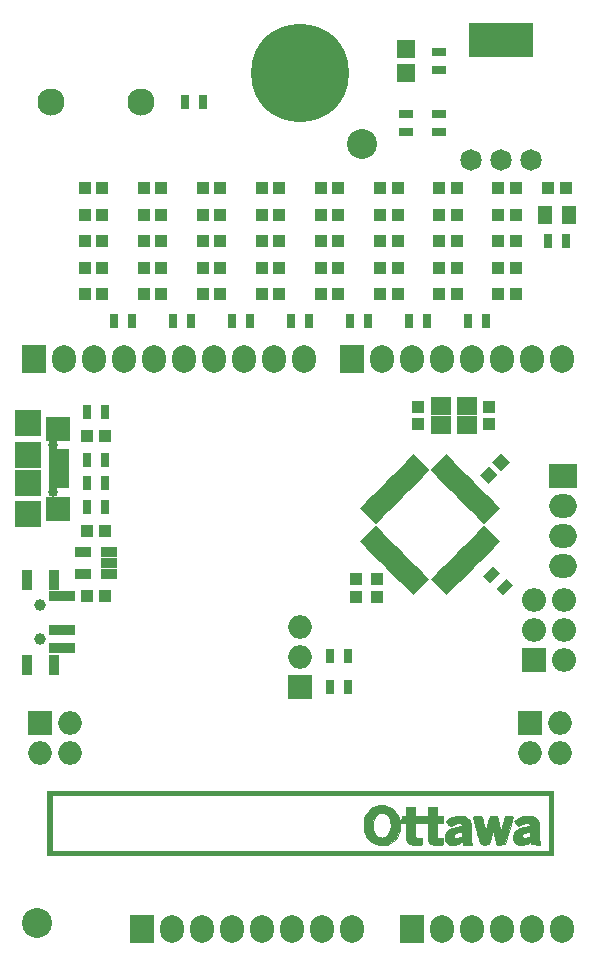
<source format=gts>
G04 #@! TF.FileFunction,Soldermask,Top*
%FSLAX46Y46*%
G04 Gerber Fmt 4.6, Leading zero omitted, Abs format (unit mm)*
G04 Created by KiCad (PCBNEW 4.0.7) date 09/06/18 20:26:10*
%MOMM*%
%LPD*%
G01*
G04 APERTURE LIST*
%ADD10C,0.100000*%
%ADD11C,0.010000*%
%ADD12C,2.540000*%
%ADD13R,1.050000X1.100000*%
%ADD14R,1.100000X1.050000*%
%ADD15R,1.097560X1.097560*%
%ADD16R,1.498880X1.498880*%
%ADD17R,2.027200X2.332000*%
%ADD18O,2.027200X2.332000*%
%ADD19R,2.027200X2.027200*%
%ADD20O,2.027200X2.027200*%
%ADD21R,0.800000X1.200000*%
%ADD22R,1.200000X0.800000*%
%ADD23C,2.300000*%
%ADD24R,1.360000X0.950000*%
%ADD25R,1.700000X1.500000*%
%ADD26C,1.000000*%
%ADD27R,2.300000X0.900000*%
%ADD28R,0.900000X1.800000*%
%ADD29C,8.300000*%
%ADD30C,1.824000*%
%ADD31R,5.380000X2.840000*%
%ADD32R,1.300000X1.550000*%
%ADD33R,1.750000X0.800000*%
%ADD34R,2.300000X2.300000*%
%ADD35R,2.000000X2.100000*%
%ADD36C,0.850000*%
%ADD37R,2.332000X2.027200*%
%ADD38O,2.332000X2.027200*%
%ADD39R,2.000000X2.000000*%
%ADD40O,2.000000X2.000000*%
G04 APERTURE END LIST*
D10*
D11*
G36*
X95937600Y-121243200D02*
X53087800Y-121243200D01*
X53087800Y-116137800D01*
X53468800Y-116137800D01*
X53468800Y-120887600D01*
X95556600Y-120887600D01*
X95556600Y-116137800D01*
X53468800Y-116137800D01*
X53087800Y-116137800D01*
X53087800Y-115782200D01*
X95937600Y-115782200D01*
X95937600Y-121243200D01*
X95937600Y-121243200D01*
G37*
X95937600Y-121243200D02*
X53087800Y-121243200D01*
X53087800Y-116137800D01*
X53468800Y-116137800D01*
X53468800Y-120887600D01*
X95556600Y-120887600D01*
X95556600Y-116137800D01*
X53468800Y-116137800D01*
X53087800Y-116137800D01*
X53087800Y-115782200D01*
X95937600Y-115782200D01*
X95937600Y-121243200D01*
G36*
X81521921Y-117005875D02*
X81695937Y-117019913D01*
X81808940Y-117039601D01*
X82062328Y-117124418D01*
X82290507Y-117251981D01*
X82490671Y-117419443D01*
X82660011Y-117623954D01*
X82795718Y-117862667D01*
X82894983Y-118132733D01*
X82898225Y-118144400D01*
X82921961Y-118268006D01*
X82937734Y-118427236D01*
X82945522Y-118607537D01*
X82945305Y-118794356D01*
X82937062Y-118973141D01*
X82920774Y-119129340D01*
X82899757Y-119236600D01*
X82802226Y-119511541D01*
X82667601Y-119754346D01*
X82498060Y-119962691D01*
X82295777Y-120134253D01*
X82062928Y-120266712D01*
X81866000Y-120340054D01*
X81770396Y-120360539D01*
X81642059Y-120377504D01*
X81498424Y-120389726D01*
X81356927Y-120395984D01*
X81235001Y-120395056D01*
X81167500Y-120389004D01*
X80897249Y-120323017D01*
X80651721Y-120212680D01*
X80430406Y-120057737D01*
X80328527Y-119963313D01*
X80175211Y-119787403D01*
X80058349Y-119602246D01*
X79968785Y-119391929D01*
X79931788Y-119273808D01*
X79900408Y-119121742D01*
X79880181Y-118935987D01*
X79871294Y-118732455D01*
X79872503Y-118638352D01*
X80652119Y-118638352D01*
X80654157Y-118779400D01*
X80683327Y-119035907D01*
X80744299Y-119255586D01*
X80836527Y-119437270D01*
X80959462Y-119579790D01*
X81065678Y-119656912D01*
X81233366Y-119729525D01*
X81405581Y-119752425D01*
X81585243Y-119725754D01*
X81694337Y-119687490D01*
X81841926Y-119598556D01*
X81964499Y-119468160D01*
X82060254Y-119300023D01*
X82127388Y-119097870D01*
X82164101Y-118865422D01*
X82170800Y-118703199D01*
X82154245Y-118446851D01*
X82105646Y-118222791D01*
X82026599Y-118033196D01*
X81918700Y-117880242D01*
X81783545Y-117766107D01*
X81622731Y-117692967D01*
X81437854Y-117662997D01*
X81407437Y-117662357D01*
X81222460Y-117684418D01*
X81060136Y-117750108D01*
X80922287Y-117856723D01*
X80810737Y-118001559D01*
X80727310Y-118181912D01*
X80673830Y-118395078D01*
X80652119Y-118638352D01*
X79872503Y-118638352D01*
X79873934Y-118527060D01*
X79888287Y-118335713D01*
X79914541Y-118174328D01*
X79918658Y-118157100D01*
X80008008Y-117894512D01*
X80136454Y-117657679D01*
X80299903Y-117450809D01*
X80494264Y-117278108D01*
X80715443Y-117143782D01*
X80959348Y-117052040D01*
X81005019Y-117040450D01*
X81155978Y-117016165D01*
X81335106Y-117004633D01*
X81521921Y-117005875D01*
X81521921Y-117005875D01*
G37*
X81521921Y-117005875D02*
X81695937Y-117019913D01*
X81808940Y-117039601D01*
X82062328Y-117124418D01*
X82290507Y-117251981D01*
X82490671Y-117419443D01*
X82660011Y-117623954D01*
X82795718Y-117862667D01*
X82894983Y-118132733D01*
X82898225Y-118144400D01*
X82921961Y-118268006D01*
X82937734Y-118427236D01*
X82945522Y-118607537D01*
X82945305Y-118794356D01*
X82937062Y-118973141D01*
X82920774Y-119129340D01*
X82899757Y-119236600D01*
X82802226Y-119511541D01*
X82667601Y-119754346D01*
X82498060Y-119962691D01*
X82295777Y-120134253D01*
X82062928Y-120266712D01*
X81866000Y-120340054D01*
X81770396Y-120360539D01*
X81642059Y-120377504D01*
X81498424Y-120389726D01*
X81356927Y-120395984D01*
X81235001Y-120395056D01*
X81167500Y-120389004D01*
X80897249Y-120323017D01*
X80651721Y-120212680D01*
X80430406Y-120057737D01*
X80328527Y-119963313D01*
X80175211Y-119787403D01*
X80058349Y-119602246D01*
X79968785Y-119391929D01*
X79931788Y-119273808D01*
X79900408Y-119121742D01*
X79880181Y-118935987D01*
X79871294Y-118732455D01*
X79872503Y-118638352D01*
X80652119Y-118638352D01*
X80654157Y-118779400D01*
X80683327Y-119035907D01*
X80744299Y-119255586D01*
X80836527Y-119437270D01*
X80959462Y-119579790D01*
X81065678Y-119656912D01*
X81233366Y-119729525D01*
X81405581Y-119752425D01*
X81585243Y-119725754D01*
X81694337Y-119687490D01*
X81841926Y-119598556D01*
X81964499Y-119468160D01*
X82060254Y-119300023D01*
X82127388Y-119097870D01*
X82164101Y-118865422D01*
X82170800Y-118703199D01*
X82154245Y-118446851D01*
X82105646Y-118222791D01*
X82026599Y-118033196D01*
X81918700Y-117880242D01*
X81783545Y-117766107D01*
X81622731Y-117692967D01*
X81437854Y-117662997D01*
X81407437Y-117662357D01*
X81222460Y-117684418D01*
X81060136Y-117750108D01*
X80922287Y-117856723D01*
X80810737Y-118001559D01*
X80727310Y-118181912D01*
X80673830Y-118395078D01*
X80652119Y-118638352D01*
X79872503Y-118638352D01*
X79873934Y-118527060D01*
X79888287Y-118335713D01*
X79914541Y-118174328D01*
X79918658Y-118157100D01*
X80008008Y-117894512D01*
X80136454Y-117657679D01*
X80299903Y-117450809D01*
X80494264Y-117278108D01*
X80715443Y-117143782D01*
X80959348Y-117052040D01*
X81005019Y-117040450D01*
X81155978Y-117016165D01*
X81335106Y-117004633D01*
X81521921Y-117005875D01*
G36*
X84228200Y-117939587D02*
X84526650Y-117946743D01*
X84825100Y-117953900D01*
X84832281Y-118239650D01*
X84839463Y-118525400D01*
X84222055Y-118525400D01*
X84232865Y-119077850D01*
X84238710Y-119299509D01*
X84246596Y-119472401D01*
X84256484Y-119595948D01*
X84268334Y-119669574D01*
X84274470Y-119686587D01*
X84329226Y-119738033D01*
X84421246Y-119772412D01*
X84539008Y-119786812D01*
X84649452Y-119781332D01*
X84787000Y-119764146D01*
X84787000Y-120045989D01*
X84786506Y-120168876D01*
X84783837Y-120250132D01*
X84777205Y-120298927D01*
X84764825Y-120324427D01*
X84744912Y-120335802D01*
X84729850Y-120339410D01*
X84645127Y-120350417D01*
X84525889Y-120358072D01*
X84388332Y-120362045D01*
X84248649Y-120362007D01*
X84123038Y-120357627D01*
X84063100Y-120352976D01*
X83884637Y-120324698D01*
X83747295Y-120277806D01*
X83643429Y-120207920D01*
X83565395Y-120110661D01*
X83533215Y-120049400D01*
X83517517Y-120011935D01*
X83505102Y-119971253D01*
X83495474Y-119920814D01*
X83488132Y-119854081D01*
X83482578Y-119764517D01*
X83478315Y-119645583D01*
X83474844Y-119490741D01*
X83471666Y-119293455D01*
X83470768Y-119230250D01*
X83460930Y-118525400D01*
X83083536Y-118525400D01*
X83097900Y-117953900D01*
X83464888Y-117939000D01*
X83478900Y-117166500D01*
X83853550Y-117159470D01*
X84228200Y-117152441D01*
X84228200Y-117939587D01*
X84228200Y-117939587D01*
G37*
X84228200Y-117939587D02*
X84526650Y-117946743D01*
X84825100Y-117953900D01*
X84832281Y-118239650D01*
X84839463Y-118525400D01*
X84222055Y-118525400D01*
X84232865Y-119077850D01*
X84238710Y-119299509D01*
X84246596Y-119472401D01*
X84256484Y-119595948D01*
X84268334Y-119669574D01*
X84274470Y-119686587D01*
X84329226Y-119738033D01*
X84421246Y-119772412D01*
X84539008Y-119786812D01*
X84649452Y-119781332D01*
X84787000Y-119764146D01*
X84787000Y-120045989D01*
X84786506Y-120168876D01*
X84783837Y-120250132D01*
X84777205Y-120298927D01*
X84764825Y-120324427D01*
X84744912Y-120335802D01*
X84729850Y-120339410D01*
X84645127Y-120350417D01*
X84525889Y-120358072D01*
X84388332Y-120362045D01*
X84248649Y-120362007D01*
X84123038Y-120357627D01*
X84063100Y-120352976D01*
X83884637Y-120324698D01*
X83747295Y-120277806D01*
X83643429Y-120207920D01*
X83565395Y-120110661D01*
X83533215Y-120049400D01*
X83517517Y-120011935D01*
X83505102Y-119971253D01*
X83495474Y-119920814D01*
X83488132Y-119854081D01*
X83482578Y-119764517D01*
X83478315Y-119645583D01*
X83474844Y-119490741D01*
X83471666Y-119293455D01*
X83470768Y-119230250D01*
X83460930Y-118525400D01*
X83083536Y-118525400D01*
X83097900Y-117953900D01*
X83464888Y-117939000D01*
X83478900Y-117166500D01*
X83853550Y-117159470D01*
X84228200Y-117152441D01*
X84228200Y-117939587D01*
G36*
X86057000Y-117941200D02*
X86641200Y-117941200D01*
X86641200Y-118525400D01*
X86057000Y-118525400D01*
X86057000Y-119082783D01*
X86057138Y-119264769D01*
X86058014Y-119403026D01*
X86060318Y-119504628D01*
X86064740Y-119576647D01*
X86071970Y-119626154D01*
X86082699Y-119660222D01*
X86097618Y-119685923D01*
X86117416Y-119710329D01*
X86118366Y-119711433D01*
X86152018Y-119746838D01*
X86186640Y-119767758D01*
X86235884Y-119777657D01*
X86313406Y-119780002D01*
X86385066Y-119779123D01*
X86590400Y-119775546D01*
X86590400Y-120051689D01*
X86589884Y-120173117D01*
X86587110Y-120253016D01*
X86580237Y-120300656D01*
X86567423Y-120325304D01*
X86546828Y-120336232D01*
X86533250Y-120339403D01*
X86445054Y-120350982D01*
X86322600Y-120358932D01*
X86182322Y-120362916D01*
X86040655Y-120362594D01*
X85914033Y-120357628D01*
X85860994Y-120353245D01*
X85667181Y-120316260D01*
X85514458Y-120249843D01*
X85402343Y-120153762D01*
X85375874Y-120118092D01*
X85307700Y-120015140D01*
X85292178Y-118525400D01*
X84886936Y-118525400D01*
X84901300Y-117953900D01*
X85098150Y-117946481D01*
X85295000Y-117939063D01*
X85295000Y-117153800D01*
X86057000Y-117153800D01*
X86057000Y-117941200D01*
X86057000Y-117941200D01*
G37*
X86057000Y-117941200D02*
X86641200Y-117941200D01*
X86641200Y-118525400D01*
X86057000Y-118525400D01*
X86057000Y-119082783D01*
X86057138Y-119264769D01*
X86058014Y-119403026D01*
X86060318Y-119504628D01*
X86064740Y-119576647D01*
X86071970Y-119626154D01*
X86082699Y-119660222D01*
X86097618Y-119685923D01*
X86117416Y-119710329D01*
X86118366Y-119711433D01*
X86152018Y-119746838D01*
X86186640Y-119767758D01*
X86235884Y-119777657D01*
X86313406Y-119780002D01*
X86385066Y-119779123D01*
X86590400Y-119775546D01*
X86590400Y-120051689D01*
X86589884Y-120173117D01*
X86587110Y-120253016D01*
X86580237Y-120300656D01*
X86567423Y-120325304D01*
X86546828Y-120336232D01*
X86533250Y-120339403D01*
X86445054Y-120350982D01*
X86322600Y-120358932D01*
X86182322Y-120362916D01*
X86040655Y-120362594D01*
X85914033Y-120357628D01*
X85860994Y-120353245D01*
X85667181Y-120316260D01*
X85514458Y-120249843D01*
X85402343Y-120153762D01*
X85375874Y-120118092D01*
X85307700Y-120015140D01*
X85292178Y-118525400D01*
X84886936Y-118525400D01*
X84901300Y-117953900D01*
X85098150Y-117946481D01*
X85295000Y-117939063D01*
X85295000Y-117153800D01*
X86057000Y-117153800D01*
X86057000Y-117941200D01*
G36*
X88166126Y-117929107D02*
X88279035Y-117931724D01*
X88361904Y-117937544D01*
X88425110Y-117947759D01*
X88479029Y-117963563D01*
X88534038Y-117986147D01*
X88540806Y-117989189D01*
X88652225Y-118055184D01*
X88755722Y-118142744D01*
X88775874Y-118164349D01*
X88822211Y-118219609D01*
X88860132Y-118273653D01*
X88890631Y-118332275D01*
X88914706Y-118401271D01*
X88933354Y-118486435D01*
X88947569Y-118593562D01*
X88958350Y-118728447D01*
X88966692Y-118896885D01*
X88973591Y-119104670D01*
X88979885Y-119350900D01*
X88985160Y-119552991D01*
X88991010Y-119741961D01*
X88997152Y-119910961D01*
X89003304Y-120053138D01*
X89009182Y-120161643D01*
X89014503Y-120229624D01*
X89016861Y-120246250D01*
X89034565Y-120328800D01*
X88269101Y-120328800D01*
X88253271Y-120233550D01*
X88236840Y-120143407D01*
X88221165Y-120097408D01*
X88199708Y-120089426D01*
X88165928Y-120113330D01*
X88145399Y-120132445D01*
X88005243Y-120234433D01*
X87833163Y-120310711D01*
X87642740Y-120358147D01*
X87447555Y-120373610D01*
X87261191Y-120353969D01*
X87223845Y-120344929D01*
X87064035Y-120278180D01*
X86930067Y-120174611D01*
X86831104Y-120041974D01*
X86807512Y-119992719D01*
X86783597Y-119900570D01*
X86770992Y-119777846D01*
X86770005Y-119643568D01*
X86774180Y-119595185D01*
X87508881Y-119595185D01*
X87531001Y-119663474D01*
X87570450Y-119710959D01*
X87611724Y-119747120D01*
X87653800Y-119765052D01*
X87713996Y-119768863D01*
X87793848Y-119763947D01*
X87895227Y-119749586D01*
X87990090Y-119725934D01*
X88039347Y-119706779D01*
X88127469Y-119657858D01*
X88180199Y-119611328D01*
X88206499Y-119551991D01*
X88215333Y-119464647D01*
X88216000Y-119407191D01*
X88216000Y-119230055D01*
X88092007Y-119246503D01*
X87890951Y-119285782D01*
X87733053Y-119345266D01*
X87614194Y-119426572D01*
X87600749Y-119439473D01*
X87531834Y-119523171D01*
X87508881Y-119595185D01*
X86774180Y-119595185D01*
X86780948Y-119516755D01*
X86798395Y-119433810D01*
X86851504Y-119324459D01*
X86941580Y-119210602D01*
X87057473Y-119104027D01*
X87188035Y-119016523D01*
X87198315Y-119010947D01*
X87334607Y-118950623D01*
X87505367Y-118893680D01*
X87694274Y-118844490D01*
X87885006Y-118807424D01*
X88024070Y-118789785D01*
X88121763Y-118779690D01*
X88179250Y-118768694D01*
X88207029Y-118752749D01*
X88215597Y-118727811D01*
X88216000Y-118715821D01*
X88192922Y-118635311D01*
X88132626Y-118564542D01*
X88048511Y-118517509D01*
X88018677Y-118509744D01*
X87895392Y-118505738D01*
X87747141Y-118530853D01*
X87587357Y-118580953D01*
X87429472Y-118651899D01*
X87297678Y-118731857D01*
X87238245Y-118765419D01*
X87189949Y-118779399D01*
X87189910Y-118779400D01*
X87156745Y-118759569D01*
X87105485Y-118707506D01*
X87044475Y-118634355D01*
X86982062Y-118551261D01*
X86926591Y-118469366D01*
X86886408Y-118399816D01*
X86869859Y-118353754D01*
X86869800Y-118351966D01*
X86892576Y-118300719D01*
X86955538Y-118238679D01*
X87050631Y-118170980D01*
X87169802Y-118102758D01*
X87304998Y-118039148D01*
X87441300Y-117987550D01*
X87517685Y-117964164D01*
X87590203Y-117947812D01*
X87670554Y-117937285D01*
X87770440Y-117931375D01*
X87901561Y-117928872D01*
X88012800Y-117928500D01*
X88166126Y-117929107D01*
X88166126Y-117929107D01*
G37*
X88166126Y-117929107D02*
X88279035Y-117931724D01*
X88361904Y-117937544D01*
X88425110Y-117947759D01*
X88479029Y-117963563D01*
X88534038Y-117986147D01*
X88540806Y-117989189D01*
X88652225Y-118055184D01*
X88755722Y-118142744D01*
X88775874Y-118164349D01*
X88822211Y-118219609D01*
X88860132Y-118273653D01*
X88890631Y-118332275D01*
X88914706Y-118401271D01*
X88933354Y-118486435D01*
X88947569Y-118593562D01*
X88958350Y-118728447D01*
X88966692Y-118896885D01*
X88973591Y-119104670D01*
X88979885Y-119350900D01*
X88985160Y-119552991D01*
X88991010Y-119741961D01*
X88997152Y-119910961D01*
X89003304Y-120053138D01*
X89009182Y-120161643D01*
X89014503Y-120229624D01*
X89016861Y-120246250D01*
X89034565Y-120328800D01*
X88269101Y-120328800D01*
X88253271Y-120233550D01*
X88236840Y-120143407D01*
X88221165Y-120097408D01*
X88199708Y-120089426D01*
X88165928Y-120113330D01*
X88145399Y-120132445D01*
X88005243Y-120234433D01*
X87833163Y-120310711D01*
X87642740Y-120358147D01*
X87447555Y-120373610D01*
X87261191Y-120353969D01*
X87223845Y-120344929D01*
X87064035Y-120278180D01*
X86930067Y-120174611D01*
X86831104Y-120041974D01*
X86807512Y-119992719D01*
X86783597Y-119900570D01*
X86770992Y-119777846D01*
X86770005Y-119643568D01*
X86774180Y-119595185D01*
X87508881Y-119595185D01*
X87531001Y-119663474D01*
X87570450Y-119710959D01*
X87611724Y-119747120D01*
X87653800Y-119765052D01*
X87713996Y-119768863D01*
X87793848Y-119763947D01*
X87895227Y-119749586D01*
X87990090Y-119725934D01*
X88039347Y-119706779D01*
X88127469Y-119657858D01*
X88180199Y-119611328D01*
X88206499Y-119551991D01*
X88215333Y-119464647D01*
X88216000Y-119407191D01*
X88216000Y-119230055D01*
X88092007Y-119246503D01*
X87890951Y-119285782D01*
X87733053Y-119345266D01*
X87614194Y-119426572D01*
X87600749Y-119439473D01*
X87531834Y-119523171D01*
X87508881Y-119595185D01*
X86774180Y-119595185D01*
X86780948Y-119516755D01*
X86798395Y-119433810D01*
X86851504Y-119324459D01*
X86941580Y-119210602D01*
X87057473Y-119104027D01*
X87188035Y-119016523D01*
X87198315Y-119010947D01*
X87334607Y-118950623D01*
X87505367Y-118893680D01*
X87694274Y-118844490D01*
X87885006Y-118807424D01*
X88024070Y-118789785D01*
X88121763Y-118779690D01*
X88179250Y-118768694D01*
X88207029Y-118752749D01*
X88215597Y-118727811D01*
X88216000Y-118715821D01*
X88192922Y-118635311D01*
X88132626Y-118564542D01*
X88048511Y-118517509D01*
X88018677Y-118509744D01*
X87895392Y-118505738D01*
X87747141Y-118530853D01*
X87587357Y-118580953D01*
X87429472Y-118651899D01*
X87297678Y-118731857D01*
X87238245Y-118765419D01*
X87189949Y-118779399D01*
X87189910Y-118779400D01*
X87156745Y-118759569D01*
X87105485Y-118707506D01*
X87044475Y-118634355D01*
X86982062Y-118551261D01*
X86926591Y-118469366D01*
X86886408Y-118399816D01*
X86869859Y-118353754D01*
X86869800Y-118351966D01*
X86892576Y-118300719D01*
X86955538Y-118238679D01*
X87050631Y-118170980D01*
X87169802Y-118102758D01*
X87304998Y-118039148D01*
X87441300Y-117987550D01*
X87517685Y-117964164D01*
X87590203Y-117947812D01*
X87670554Y-117937285D01*
X87770440Y-117931375D01*
X87901561Y-117928872D01*
X88012800Y-117928500D01*
X88166126Y-117929107D01*
G36*
X93876674Y-117919971D02*
X94016015Y-117925314D01*
X94117242Y-117932667D01*
X94193041Y-117944215D01*
X94256099Y-117962147D01*
X94319099Y-117988646D01*
X94343716Y-118000464D01*
X94492572Y-118097908D01*
X94605553Y-118228615D01*
X94685947Y-118396568D01*
X94696005Y-118427163D01*
X94711667Y-118483754D01*
X94723580Y-118544946D01*
X94732239Y-118618492D01*
X94738141Y-118712147D01*
X94741780Y-118833665D01*
X94743654Y-118990800D01*
X94744251Y-119181712D01*
X94746803Y-119470698D01*
X94753868Y-119723681D01*
X94765247Y-119937351D01*
X94780742Y-120108396D01*
X94800154Y-120233505D01*
X94809648Y-120272328D01*
X94826279Y-120330156D01*
X94045603Y-120316100D01*
X94020051Y-120198621D01*
X93994500Y-120081143D01*
X93884464Y-120165827D01*
X93729656Y-120258939D01*
X93548244Y-120326244D01*
X93355588Y-120364574D01*
X93167049Y-120370766D01*
X93011601Y-120345688D01*
X92841952Y-120274704D01*
X92704173Y-120168605D01*
X92617954Y-120056318D01*
X92583001Y-119991524D01*
X92561751Y-119932291D01*
X92550907Y-119862378D01*
X92547171Y-119765545D01*
X92546933Y-119706500D01*
X92549083Y-119588402D01*
X93296000Y-119588402D01*
X93318003Y-119669785D01*
X93378821Y-119728486D01*
X93470668Y-119762045D01*
X93585754Y-119768000D01*
X93716292Y-119743890D01*
X93751684Y-119732434D01*
X93838574Y-119695353D01*
X93918796Y-119651156D01*
X93932678Y-119641805D01*
X93971796Y-119610461D01*
X93994123Y-119576582D01*
X94004337Y-119525563D01*
X94007116Y-119442799D01*
X94007200Y-119409173D01*
X94007200Y-119229605D01*
X93868024Y-119245963D01*
X93702208Y-119277109D01*
X93555675Y-119327052D01*
X93435444Y-119391590D01*
X93348535Y-119466523D01*
X93301965Y-119547647D01*
X93296000Y-119588402D01*
X92549083Y-119588402D01*
X92549084Y-119588363D01*
X92557440Y-119503766D01*
X92575286Y-119435531D01*
X92605907Y-119366483D01*
X92615535Y-119347858D01*
X92719549Y-119199284D01*
X92863905Y-119074474D01*
X93051104Y-118971609D01*
X93219800Y-118908190D01*
X93336138Y-118875442D01*
X93474051Y-118843358D01*
X93617805Y-118814927D01*
X93751667Y-118793136D01*
X93859903Y-118780974D01*
X93897750Y-118779434D01*
X93966850Y-118770967D01*
X93995024Y-118740576D01*
X93986447Y-118680656D01*
X93972366Y-118643599D01*
X93915821Y-118569665D01*
X93824894Y-118524404D01*
X93706788Y-118507315D01*
X93568710Y-118517896D01*
X93417865Y-118555649D01*
X93261459Y-118620073D01*
X93118200Y-118702901D01*
X93046599Y-118746006D01*
X92987117Y-118773713D01*
X92963897Y-118779291D01*
X92931451Y-118759401D01*
X92881360Y-118707005D01*
X92821577Y-118633184D01*
X92760051Y-118549018D01*
X92704733Y-118465589D01*
X92663574Y-118393976D01*
X92644523Y-118345261D01*
X92644876Y-118334662D01*
X92678901Y-118291487D01*
X92748109Y-118234025D01*
X92841797Y-118169784D01*
X92949263Y-118106276D01*
X93028200Y-118065681D01*
X93204079Y-117994328D01*
X93388308Y-117947480D01*
X93593255Y-117923013D01*
X93831288Y-117918802D01*
X93876674Y-117919971D01*
X93876674Y-117919971D01*
G37*
X93876674Y-117919971D02*
X94016015Y-117925314D01*
X94117242Y-117932667D01*
X94193041Y-117944215D01*
X94256099Y-117962147D01*
X94319099Y-117988646D01*
X94343716Y-118000464D01*
X94492572Y-118097908D01*
X94605553Y-118228615D01*
X94685947Y-118396568D01*
X94696005Y-118427163D01*
X94711667Y-118483754D01*
X94723580Y-118544946D01*
X94732239Y-118618492D01*
X94738141Y-118712147D01*
X94741780Y-118833665D01*
X94743654Y-118990800D01*
X94744251Y-119181712D01*
X94746803Y-119470698D01*
X94753868Y-119723681D01*
X94765247Y-119937351D01*
X94780742Y-120108396D01*
X94800154Y-120233505D01*
X94809648Y-120272328D01*
X94826279Y-120330156D01*
X94045603Y-120316100D01*
X94020051Y-120198621D01*
X93994500Y-120081143D01*
X93884464Y-120165827D01*
X93729656Y-120258939D01*
X93548244Y-120326244D01*
X93355588Y-120364574D01*
X93167049Y-120370766D01*
X93011601Y-120345688D01*
X92841952Y-120274704D01*
X92704173Y-120168605D01*
X92617954Y-120056318D01*
X92583001Y-119991524D01*
X92561751Y-119932291D01*
X92550907Y-119862378D01*
X92547171Y-119765545D01*
X92546933Y-119706500D01*
X92549083Y-119588402D01*
X93296000Y-119588402D01*
X93318003Y-119669785D01*
X93378821Y-119728486D01*
X93470668Y-119762045D01*
X93585754Y-119768000D01*
X93716292Y-119743890D01*
X93751684Y-119732434D01*
X93838574Y-119695353D01*
X93918796Y-119651156D01*
X93932678Y-119641805D01*
X93971796Y-119610461D01*
X93994123Y-119576582D01*
X94004337Y-119525563D01*
X94007116Y-119442799D01*
X94007200Y-119409173D01*
X94007200Y-119229605D01*
X93868024Y-119245963D01*
X93702208Y-119277109D01*
X93555675Y-119327052D01*
X93435444Y-119391590D01*
X93348535Y-119466523D01*
X93301965Y-119547647D01*
X93296000Y-119588402D01*
X92549083Y-119588402D01*
X92549084Y-119588363D01*
X92557440Y-119503766D01*
X92575286Y-119435531D01*
X92605907Y-119366483D01*
X92615535Y-119347858D01*
X92719549Y-119199284D01*
X92863905Y-119074474D01*
X93051104Y-118971609D01*
X93219800Y-118908190D01*
X93336138Y-118875442D01*
X93474051Y-118843358D01*
X93617805Y-118814927D01*
X93751667Y-118793136D01*
X93859903Y-118780974D01*
X93897750Y-118779434D01*
X93966850Y-118770967D01*
X93995024Y-118740576D01*
X93986447Y-118680656D01*
X93972366Y-118643599D01*
X93915821Y-118569665D01*
X93824894Y-118524404D01*
X93706788Y-118507315D01*
X93568710Y-118517896D01*
X93417865Y-118555649D01*
X93261459Y-118620073D01*
X93118200Y-118702901D01*
X93046599Y-118746006D01*
X92987117Y-118773713D01*
X92963897Y-118779291D01*
X92931451Y-118759401D01*
X92881360Y-118707005D01*
X92821577Y-118633184D01*
X92760051Y-118549018D01*
X92704733Y-118465589D01*
X92663574Y-118393976D01*
X92644523Y-118345261D01*
X92644876Y-118334662D01*
X92678901Y-118291487D01*
X92748109Y-118234025D01*
X92841797Y-118169784D01*
X92949263Y-118106276D01*
X93028200Y-118065681D01*
X93204079Y-117994328D01*
X93388308Y-117947480D01*
X93593255Y-117923013D01*
X93831288Y-117918802D01*
X93876674Y-117919971D01*
G36*
X89644310Y-117941509D02*
X89745162Y-117943239D01*
X89811553Y-117947590D01*
X89851652Y-117955763D01*
X89873627Y-117968959D01*
X89885648Y-117988378D01*
X89889571Y-117998350D01*
X89901128Y-118038143D01*
X89922419Y-118119996D01*
X89951606Y-118236502D01*
X89986852Y-118380256D01*
X90026319Y-118543853D01*
X90059131Y-118681651D01*
X90207376Y-119307802D01*
X90367502Y-118644707D01*
X90410724Y-118468097D01*
X90451092Y-118307633D01*
X90486842Y-118169979D01*
X90516207Y-118061798D01*
X90537423Y-117989755D01*
X90548705Y-117960534D01*
X90581181Y-117952736D01*
X90653340Y-117947558D01*
X90754110Y-117945497D01*
X90858691Y-117946678D01*
X91147600Y-117953900D01*
X91313750Y-118619932D01*
X91357978Y-118795423D01*
X91398705Y-118953598D01*
X91434224Y-119088098D01*
X91462827Y-119192568D01*
X91482809Y-119260650D01*
X91492462Y-119285986D01*
X91492600Y-119286021D01*
X91501858Y-119262432D01*
X91521551Y-119195870D01*
X91549966Y-119092688D01*
X91585391Y-118959238D01*
X91626111Y-118801874D01*
X91670416Y-118626948D01*
X91672160Y-118619989D01*
X91839020Y-117953900D01*
X92174323Y-117946809D01*
X92319833Y-117945004D01*
X92420994Y-117947080D01*
X92484141Y-117953500D01*
X92515609Y-117964728D01*
X92521414Y-117972209D01*
X92516831Y-118002453D01*
X92499109Y-118076477D01*
X92469602Y-118189371D01*
X92429662Y-118336227D01*
X92380642Y-118512134D01*
X92323895Y-118712184D01*
X92260773Y-118931467D01*
X92194001Y-119160400D01*
X91854801Y-120316100D01*
X91138315Y-120330186D01*
X91120456Y-120259643D01*
X91109266Y-120215254D01*
X91087721Y-120129616D01*
X91057837Y-120010748D01*
X91021630Y-119866672D01*
X90981115Y-119705408D01*
X90959060Y-119617600D01*
X90815524Y-119046100D01*
X90667988Y-119655700D01*
X90626721Y-119825521D01*
X90588934Y-119979715D01*
X90556399Y-120111158D01*
X90530888Y-120212724D01*
X90514171Y-120277290D01*
X90508508Y-120297050D01*
X90487815Y-120310758D01*
X90434225Y-120320281D01*
X90342466Y-120326076D01*
X90207267Y-120328602D01*
X90142885Y-120328800D01*
X89990131Y-120327428D01*
X89882791Y-120323004D01*
X89815543Y-120315064D01*
X89783068Y-120303144D01*
X89778585Y-120297050D01*
X89753598Y-120218717D01*
X89718816Y-120104429D01*
X89675875Y-119959967D01*
X89626414Y-119791114D01*
X89572068Y-119603652D01*
X89514475Y-119403364D01*
X89455271Y-119196031D01*
X89396094Y-118987436D01*
X89338581Y-118783362D01*
X89284367Y-118589591D01*
X89235092Y-118411904D01*
X89192390Y-118256085D01*
X89157900Y-118127916D01*
X89133257Y-118033179D01*
X89120100Y-117977656D01*
X89118490Y-117965321D01*
X89148075Y-117956614D01*
X89219348Y-117949345D01*
X89323202Y-117944088D01*
X89450532Y-117941417D01*
X89500827Y-117941200D01*
X89644310Y-117941509D01*
X89644310Y-117941509D01*
G37*
X89644310Y-117941509D02*
X89745162Y-117943239D01*
X89811553Y-117947590D01*
X89851652Y-117955763D01*
X89873627Y-117968959D01*
X89885648Y-117988378D01*
X89889571Y-117998350D01*
X89901128Y-118038143D01*
X89922419Y-118119996D01*
X89951606Y-118236502D01*
X89986852Y-118380256D01*
X90026319Y-118543853D01*
X90059131Y-118681651D01*
X90207376Y-119307802D01*
X90367502Y-118644707D01*
X90410724Y-118468097D01*
X90451092Y-118307633D01*
X90486842Y-118169979D01*
X90516207Y-118061798D01*
X90537423Y-117989755D01*
X90548705Y-117960534D01*
X90581181Y-117952736D01*
X90653340Y-117947558D01*
X90754110Y-117945497D01*
X90858691Y-117946678D01*
X91147600Y-117953900D01*
X91313750Y-118619932D01*
X91357978Y-118795423D01*
X91398705Y-118953598D01*
X91434224Y-119088098D01*
X91462827Y-119192568D01*
X91482809Y-119260650D01*
X91492462Y-119285986D01*
X91492600Y-119286021D01*
X91501858Y-119262432D01*
X91521551Y-119195870D01*
X91549966Y-119092688D01*
X91585391Y-118959238D01*
X91626111Y-118801874D01*
X91670416Y-118626948D01*
X91672160Y-118619989D01*
X91839020Y-117953900D01*
X92174323Y-117946809D01*
X92319833Y-117945004D01*
X92420994Y-117947080D01*
X92484141Y-117953500D01*
X92515609Y-117964728D01*
X92521414Y-117972209D01*
X92516831Y-118002453D01*
X92499109Y-118076477D01*
X92469602Y-118189371D01*
X92429662Y-118336227D01*
X92380642Y-118512134D01*
X92323895Y-118712184D01*
X92260773Y-118931467D01*
X92194001Y-119160400D01*
X91854801Y-120316100D01*
X91138315Y-120330186D01*
X91120456Y-120259643D01*
X91109266Y-120215254D01*
X91087721Y-120129616D01*
X91057837Y-120010748D01*
X91021630Y-119866672D01*
X90981115Y-119705408D01*
X90959060Y-119617600D01*
X90815524Y-119046100D01*
X90667988Y-119655700D01*
X90626721Y-119825521D01*
X90588934Y-119979715D01*
X90556399Y-120111158D01*
X90530888Y-120212724D01*
X90514171Y-120277290D01*
X90508508Y-120297050D01*
X90487815Y-120310758D01*
X90434225Y-120320281D01*
X90342466Y-120326076D01*
X90207267Y-120328602D01*
X90142885Y-120328800D01*
X89990131Y-120327428D01*
X89882791Y-120323004D01*
X89815543Y-120315064D01*
X89783068Y-120303144D01*
X89778585Y-120297050D01*
X89753598Y-120218717D01*
X89718816Y-120104429D01*
X89675875Y-119959967D01*
X89626414Y-119791114D01*
X89572068Y-119603652D01*
X89514475Y-119403364D01*
X89455271Y-119196031D01*
X89396094Y-118987436D01*
X89338581Y-118783362D01*
X89284367Y-118589591D01*
X89235092Y-118411904D01*
X89192390Y-118256085D01*
X89157900Y-118127916D01*
X89133257Y-118033179D01*
X89120100Y-117977656D01*
X89118490Y-117965321D01*
X89148075Y-117956614D01*
X89219348Y-117949345D01*
X89323202Y-117944088D01*
X89450532Y-117941417D01*
X89500827Y-117941200D01*
X89644310Y-117941509D01*
D12*
X79750000Y-61000000D03*
D13*
X81000000Y-97850000D03*
X81000000Y-99350000D03*
X84500000Y-84750000D03*
X84500000Y-83250000D03*
D10*
G36*
X90451992Y-89790470D02*
X89709530Y-89048008D01*
X90487348Y-88270190D01*
X91229810Y-89012652D01*
X90451992Y-89790470D01*
X90451992Y-89790470D01*
G37*
G36*
X91512652Y-88729810D02*
X90770190Y-87987348D01*
X91548008Y-87209530D01*
X92290470Y-87951992D01*
X91512652Y-88729810D01*
X91512652Y-88729810D01*
G37*
D13*
X90500000Y-83250000D03*
X90500000Y-84750000D03*
X79200000Y-97850000D03*
X79200000Y-99350000D03*
D14*
X58000000Y-93750000D03*
X56500000Y-93750000D03*
X56500000Y-99250000D03*
X58000000Y-99250000D03*
D15*
X56250700Y-64750000D03*
X57749300Y-64750000D03*
X56250700Y-67000000D03*
X57749300Y-67000000D03*
X56250700Y-69250000D03*
X57749300Y-69250000D03*
X56250700Y-71500000D03*
X57749300Y-71500000D03*
X56250700Y-73750000D03*
X57749300Y-73750000D03*
X61250700Y-64750000D03*
X62749300Y-64750000D03*
X61250700Y-67000000D03*
X62749300Y-67000000D03*
X61250700Y-69250000D03*
X62749300Y-69250000D03*
X61250700Y-71500000D03*
X62749300Y-71500000D03*
X61250700Y-73750000D03*
X62749300Y-73750000D03*
X66250700Y-64750000D03*
X67749300Y-64750000D03*
X66250700Y-67000000D03*
X67749300Y-67000000D03*
X66250700Y-69250000D03*
X67749300Y-69250000D03*
X66250700Y-71500000D03*
X67749300Y-71500000D03*
X66250700Y-73750000D03*
X67749300Y-73750000D03*
X71250700Y-64750000D03*
X72749300Y-64750000D03*
X71250700Y-67000000D03*
X72749300Y-67000000D03*
X71250700Y-69250000D03*
X72749300Y-69250000D03*
X71250700Y-71500000D03*
X72749300Y-71500000D03*
X71250700Y-73750000D03*
X72749300Y-73750000D03*
X76250700Y-64750000D03*
X77749300Y-64750000D03*
X76250700Y-67000000D03*
X77749300Y-67000000D03*
X76250700Y-69250000D03*
X77749300Y-69250000D03*
X76250700Y-71500000D03*
X77749300Y-71500000D03*
X76250700Y-73750000D03*
X77749300Y-73750000D03*
X81250700Y-64750000D03*
X82749300Y-64750000D03*
X81250700Y-67000000D03*
X82749300Y-67000000D03*
X81250700Y-69250000D03*
X82749300Y-69250000D03*
X81250700Y-71500000D03*
X82749300Y-71500000D03*
X81250700Y-73750000D03*
X82749300Y-73750000D03*
X86250700Y-64750000D03*
X87749300Y-64750000D03*
X86250700Y-67000000D03*
X87749300Y-67000000D03*
X86250700Y-69250000D03*
X87749300Y-69250000D03*
X86250700Y-71500000D03*
X87749300Y-71500000D03*
X86250700Y-73750000D03*
X87749300Y-73750000D03*
X91250700Y-64750000D03*
X92749300Y-64750000D03*
X91250700Y-67000000D03*
X92749300Y-67000000D03*
X91250700Y-69250000D03*
X92749300Y-69250000D03*
X91250700Y-71500000D03*
X92749300Y-71500000D03*
X91250700Y-73750000D03*
X92749300Y-73750000D03*
X56500700Y-85750000D03*
X57999300Y-85750000D03*
D16*
X83500000Y-55049020D03*
X83500000Y-52950980D03*
D17*
X61144000Y-127500000D03*
D18*
X63684000Y-127500000D03*
X66224000Y-127500000D03*
X68764000Y-127500000D03*
X71304000Y-127500000D03*
X73844000Y-127500000D03*
X76384000Y-127500000D03*
X78924000Y-127500000D03*
D17*
X84004000Y-127500000D03*
D18*
X86544000Y-127500000D03*
X89084000Y-127500000D03*
X91624000Y-127500000D03*
X94164000Y-127500000D03*
X96704000Y-127500000D03*
D17*
X52000000Y-79240000D03*
D18*
X54540000Y-79240000D03*
X57080000Y-79240000D03*
X59620000Y-79240000D03*
X62160000Y-79240000D03*
X64700000Y-79240000D03*
X67240000Y-79240000D03*
X69780000Y-79240000D03*
X72320000Y-79240000D03*
X74860000Y-79240000D03*
D17*
X78924000Y-79240000D03*
D18*
X81464000Y-79240000D03*
X84004000Y-79240000D03*
X86544000Y-79240000D03*
X89084000Y-79240000D03*
X91624000Y-79240000D03*
X94164000Y-79240000D03*
X96704000Y-79240000D03*
D19*
X94304513Y-104730013D03*
D20*
X96844513Y-104730013D03*
X94304513Y-102190013D03*
X96844513Y-102190013D03*
X94304513Y-99650013D03*
X96844513Y-99650013D03*
D21*
X58750000Y-76000000D03*
X60250000Y-76000000D03*
X63750000Y-76000000D03*
X65250000Y-76000000D03*
X68750000Y-76000000D03*
X70250000Y-76000000D03*
X73750000Y-76000000D03*
X75250000Y-76000000D03*
X78750000Y-76000000D03*
X80250000Y-76000000D03*
X85250000Y-76000000D03*
X83750000Y-76000000D03*
X90250000Y-76000000D03*
X88750000Y-76000000D03*
X56500000Y-87750000D03*
X58000000Y-87750000D03*
X56500000Y-89750000D03*
X58000000Y-89750000D03*
X56500000Y-91750000D03*
X58000000Y-91750000D03*
X64750000Y-57500000D03*
X66250000Y-57500000D03*
X56500000Y-83750000D03*
X58000000Y-83750000D03*
D22*
X83500000Y-58500000D03*
X83500000Y-60000000D03*
D10*
G36*
X90012563Y-97611091D02*
X90861091Y-96762563D01*
X91426777Y-97328249D01*
X90578249Y-98176777D01*
X90012563Y-97611091D01*
X90012563Y-97611091D01*
G37*
G36*
X91073223Y-98671751D02*
X91921751Y-97823223D01*
X92487437Y-98388909D01*
X91638909Y-99237437D01*
X91073223Y-98671751D01*
X91073223Y-98671751D01*
G37*
D23*
X61049840Y-57500000D03*
X53450160Y-57500000D03*
D10*
G36*
X90856334Y-91252423D02*
X91457375Y-91853464D01*
X90113872Y-93196967D01*
X89512831Y-92595926D01*
X90856334Y-91252423D01*
X90856334Y-91252423D01*
G37*
G36*
X90290648Y-90686738D02*
X90891689Y-91287779D01*
X89548186Y-92631282D01*
X88947145Y-92030241D01*
X90290648Y-90686738D01*
X90290648Y-90686738D01*
G37*
G36*
X89724963Y-90121052D02*
X90326004Y-90722093D01*
X88982501Y-92065596D01*
X88381460Y-91464555D01*
X89724963Y-90121052D01*
X89724963Y-90121052D01*
G37*
G36*
X89159278Y-89555367D02*
X89760319Y-90156408D01*
X88416816Y-91499911D01*
X87815775Y-90898870D01*
X89159278Y-89555367D01*
X89159278Y-89555367D01*
G37*
G36*
X88593592Y-88989681D02*
X89194633Y-89590722D01*
X87851130Y-90934225D01*
X87250089Y-90333184D01*
X88593592Y-88989681D01*
X88593592Y-88989681D01*
G37*
G36*
X88027907Y-88423996D02*
X88628948Y-89025037D01*
X87285445Y-90368540D01*
X86684404Y-89767499D01*
X88027907Y-88423996D01*
X88027907Y-88423996D01*
G37*
G36*
X87462221Y-87858311D02*
X88063262Y-88459352D01*
X86719759Y-89802855D01*
X86118718Y-89201814D01*
X87462221Y-87858311D01*
X87462221Y-87858311D01*
G37*
G36*
X86896536Y-87292625D02*
X87497577Y-87893666D01*
X86154074Y-89237169D01*
X85553033Y-88636128D01*
X86896536Y-87292625D01*
X86896536Y-87292625D01*
G37*
G36*
X83502423Y-87893666D02*
X84103464Y-87292625D01*
X85446967Y-88636128D01*
X84845926Y-89237169D01*
X83502423Y-87893666D01*
X83502423Y-87893666D01*
G37*
G36*
X82936738Y-88459352D02*
X83537779Y-87858311D01*
X84881282Y-89201814D01*
X84280241Y-89802855D01*
X82936738Y-88459352D01*
X82936738Y-88459352D01*
G37*
G36*
X82371052Y-89025037D02*
X82972093Y-88423996D01*
X84315596Y-89767499D01*
X83714555Y-90368540D01*
X82371052Y-89025037D01*
X82371052Y-89025037D01*
G37*
G36*
X81805367Y-89590722D02*
X82406408Y-88989681D01*
X83749911Y-90333184D01*
X83148870Y-90934225D01*
X81805367Y-89590722D01*
X81805367Y-89590722D01*
G37*
G36*
X81239681Y-90156408D02*
X81840722Y-89555367D01*
X83184225Y-90898870D01*
X82583184Y-91499911D01*
X81239681Y-90156408D01*
X81239681Y-90156408D01*
G37*
G36*
X80673996Y-90722093D02*
X81275037Y-90121052D01*
X82618540Y-91464555D01*
X82017499Y-92065596D01*
X80673996Y-90722093D01*
X80673996Y-90722093D01*
G37*
G36*
X80108311Y-91287779D02*
X80709352Y-90686738D01*
X82052855Y-92030241D01*
X81451814Y-92631282D01*
X80108311Y-91287779D01*
X80108311Y-91287779D01*
G37*
G36*
X79542625Y-91853464D02*
X80143666Y-91252423D01*
X81487169Y-92595926D01*
X80886128Y-93196967D01*
X79542625Y-91853464D01*
X79542625Y-91853464D01*
G37*
G36*
X80886128Y-93303033D02*
X81487169Y-93904074D01*
X80143666Y-95247577D01*
X79542625Y-94646536D01*
X80886128Y-93303033D01*
X80886128Y-93303033D01*
G37*
G36*
X81451814Y-93868718D02*
X82052855Y-94469759D01*
X80709352Y-95813262D01*
X80108311Y-95212221D01*
X81451814Y-93868718D01*
X81451814Y-93868718D01*
G37*
G36*
X82017499Y-94434404D02*
X82618540Y-95035445D01*
X81275037Y-96378948D01*
X80673996Y-95777907D01*
X82017499Y-94434404D01*
X82017499Y-94434404D01*
G37*
G36*
X82583184Y-95000089D02*
X83184225Y-95601130D01*
X81840722Y-96944633D01*
X81239681Y-96343592D01*
X82583184Y-95000089D01*
X82583184Y-95000089D01*
G37*
G36*
X83148870Y-95565775D02*
X83749911Y-96166816D01*
X82406408Y-97510319D01*
X81805367Y-96909278D01*
X83148870Y-95565775D01*
X83148870Y-95565775D01*
G37*
G36*
X83714555Y-96131460D02*
X84315596Y-96732501D01*
X82972093Y-98076004D01*
X82371052Y-97474963D01*
X83714555Y-96131460D01*
X83714555Y-96131460D01*
G37*
G36*
X84280241Y-96697145D02*
X84881282Y-97298186D01*
X83537779Y-98641689D01*
X82936738Y-98040648D01*
X84280241Y-96697145D01*
X84280241Y-96697145D01*
G37*
G36*
X84845926Y-97262831D02*
X85446967Y-97863872D01*
X84103464Y-99207375D01*
X83502423Y-98606334D01*
X84845926Y-97262831D01*
X84845926Y-97262831D01*
G37*
G36*
X85553033Y-97863872D02*
X86154074Y-97262831D01*
X87497577Y-98606334D01*
X86896536Y-99207375D01*
X85553033Y-97863872D01*
X85553033Y-97863872D01*
G37*
G36*
X86118718Y-97298186D02*
X86719759Y-96697145D01*
X88063262Y-98040648D01*
X87462221Y-98641689D01*
X86118718Y-97298186D01*
X86118718Y-97298186D01*
G37*
G36*
X86684404Y-96732501D02*
X87285445Y-96131460D01*
X88628948Y-97474963D01*
X88027907Y-98076004D01*
X86684404Y-96732501D01*
X86684404Y-96732501D01*
G37*
G36*
X87250089Y-96166816D02*
X87851130Y-95565775D01*
X89194633Y-96909278D01*
X88593592Y-97510319D01*
X87250089Y-96166816D01*
X87250089Y-96166816D01*
G37*
G36*
X87815775Y-95601130D02*
X88416816Y-95000089D01*
X89760319Y-96343592D01*
X89159278Y-96944633D01*
X87815775Y-95601130D01*
X87815775Y-95601130D01*
G37*
G36*
X88381460Y-95035445D02*
X88982501Y-94434404D01*
X90326004Y-95777907D01*
X89724963Y-96378948D01*
X88381460Y-95035445D01*
X88381460Y-95035445D01*
G37*
G36*
X88947145Y-94469759D02*
X89548186Y-93868718D01*
X90891689Y-95212221D01*
X90290648Y-95813262D01*
X88947145Y-94469759D01*
X88947145Y-94469759D01*
G37*
G36*
X89512831Y-93904074D02*
X90113872Y-93303033D01*
X91457375Y-94646536D01*
X90856334Y-95247577D01*
X89512831Y-93904074D01*
X89512831Y-93904074D01*
G37*
D24*
X58350000Y-97450000D03*
X58350000Y-96500000D03*
X58350000Y-95550000D03*
X56150000Y-95550000D03*
X56150000Y-97450000D03*
D25*
X86400000Y-84800000D03*
X88600000Y-84800000D03*
X86400000Y-83200000D03*
X88600000Y-83200000D03*
D12*
X52250000Y-127000000D03*
D26*
X52500000Y-102950000D03*
X52500000Y-100050000D03*
D27*
X54350000Y-103700000D03*
X54350000Y-99300000D03*
X54350000Y-102200000D03*
D28*
X51350000Y-105100000D03*
X53650000Y-105100000D03*
X53650000Y-97900000D03*
X51350000Y-97900000D03*
D29*
X74500000Y-55000000D03*
D26*
X77500000Y-55000000D03*
X76621320Y-57121320D03*
X74500000Y-58000000D03*
X72378680Y-57121320D03*
X71500000Y-55000000D03*
X72378680Y-52878680D03*
X74500000Y-52000000D03*
X76621320Y-52878680D03*
D30*
X88960000Y-62350000D03*
X91500000Y-62350000D03*
X94040000Y-62350000D03*
D31*
X91500000Y-52190000D03*
D32*
X95250000Y-67000000D03*
X97250000Y-67000000D03*
D14*
X95500000Y-64750000D03*
X97000000Y-64750000D03*
D22*
X86250000Y-54750000D03*
X86250000Y-53250000D03*
D21*
X95500000Y-69250000D03*
X97000000Y-69250000D03*
D22*
X86250000Y-60000000D03*
X86250000Y-58500000D03*
D33*
X54085000Y-87219000D03*
X54085000Y-87869000D03*
X54085000Y-88519000D03*
X54085000Y-89169000D03*
X54085000Y-89819000D03*
D34*
X51435000Y-87319000D03*
X51435000Y-89719000D03*
X51435000Y-84669000D03*
D35*
X53985000Y-85119000D03*
X53985000Y-91919000D03*
D34*
X51435000Y-92369000D03*
D36*
X53585000Y-86519000D03*
X53585000Y-90519000D03*
D37*
X96774000Y-89154000D03*
D38*
X96774000Y-91694000D03*
X96774000Y-94234000D03*
X96774000Y-96774000D03*
D39*
X74500000Y-107000000D03*
D40*
X74500000Y-104460000D03*
X74500000Y-101920000D03*
D39*
X52500000Y-110000000D03*
D40*
X55040000Y-110000000D03*
X52500000Y-112540000D03*
X55040000Y-112540000D03*
D39*
X94000000Y-110000000D03*
D40*
X96540000Y-110000000D03*
X94000000Y-112540000D03*
X96540000Y-112540000D03*
D21*
X77050000Y-107000000D03*
X78550000Y-107000000D03*
X77050000Y-104400000D03*
X78550000Y-104400000D03*
M02*

</source>
